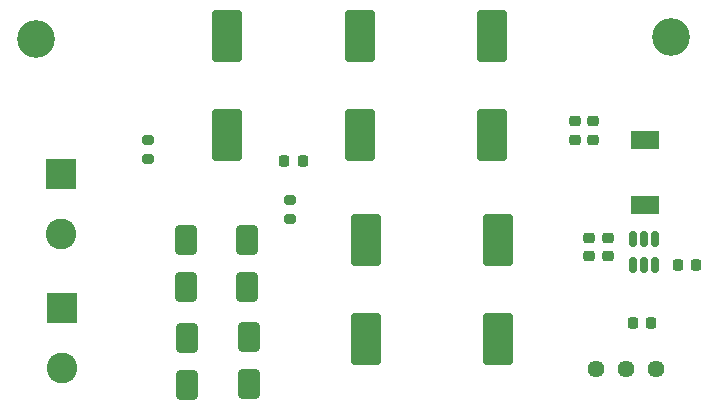
<source format=gbr>
%TF.GenerationSoftware,KiCad,Pcbnew,7.0.5*%
%TF.CreationDate,2023-07-04T22:36:34+05:30*%
%TF.ProjectId,BUCK_LOW_EMI,4255434b-5f4c-44f5-975f-454d492e6b69,rev?*%
%TF.SameCoordinates,Original*%
%TF.FileFunction,Soldermask,Top*%
%TF.FilePolarity,Negative*%
%FSLAX46Y46*%
G04 Gerber Fmt 4.6, Leading zero omitted, Abs format (unit mm)*
G04 Created by KiCad (PCBNEW 7.0.5) date 2023-07-04 22:36:34*
%MOMM*%
%LPD*%
G01*
G04 APERTURE LIST*
G04 Aperture macros list*
%AMRoundRect*
0 Rectangle with rounded corners*
0 $1 Rounding radius*
0 $2 $3 $4 $5 $6 $7 $8 $9 X,Y pos of 4 corners*
0 Add a 4 corners polygon primitive as box body*
4,1,4,$2,$3,$4,$5,$6,$7,$8,$9,$2,$3,0*
0 Add four circle primitives for the rounded corners*
1,1,$1+$1,$2,$3*
1,1,$1+$1,$4,$5*
1,1,$1+$1,$6,$7*
1,1,$1+$1,$8,$9*
0 Add four rect primitives between the rounded corners*
20,1,$1+$1,$2,$3,$4,$5,0*
20,1,$1+$1,$4,$5,$6,$7,0*
20,1,$1+$1,$6,$7,$8,$9,0*
20,1,$1+$1,$8,$9,$2,$3,0*%
G04 Aperture macros list end*
%ADD10R,2.400000X1.500000*%
%ADD11RoundRect,0.250000X-0.650000X1.000000X-0.650000X-1.000000X0.650000X-1.000000X0.650000X1.000000X0*%
%ADD12RoundRect,0.250000X1.000000X-1.950000X1.000000X1.950000X-1.000000X1.950000X-1.000000X-1.950000X0*%
%ADD13RoundRect,0.225000X-0.250000X0.225000X-0.250000X-0.225000X0.250000X-0.225000X0.250000X0.225000X0*%
%ADD14R,2.600000X2.600000*%
%ADD15C,2.600000*%
%ADD16RoundRect,0.150000X-0.150000X0.512500X-0.150000X-0.512500X0.150000X-0.512500X0.150000X0.512500X0*%
%ADD17RoundRect,0.225000X0.250000X-0.225000X0.250000X0.225000X-0.250000X0.225000X-0.250000X-0.225000X0*%
%ADD18C,3.200000*%
%ADD19C,1.440000*%
%ADD20RoundRect,0.225000X0.225000X0.250000X-0.225000X0.250000X-0.225000X-0.250000X0.225000X-0.250000X0*%
%ADD21RoundRect,0.200000X0.275000X-0.200000X0.275000X0.200000X-0.275000X0.200000X-0.275000X-0.200000X0*%
%ADD22RoundRect,0.250000X-1.000000X1.950000X-1.000000X-1.950000X1.000000X-1.950000X1.000000X1.950000X0*%
%ADD23RoundRect,0.225000X-0.225000X-0.250000X0.225000X-0.250000X0.225000X0.250000X-0.225000X0.250000X0*%
%ADD24RoundRect,0.250000X0.650000X-1.000000X0.650000X1.000000X-0.650000X1.000000X-0.650000X-1.000000X0*%
G04 APERTURE END LIST*
D10*
%TO.C,L1*%
X112000000Y-77500000D03*
X112000000Y-72000000D03*
%TD*%
D11*
%TO.C,D2*%
X78300000Y-80500000D03*
X78300000Y-84500000D03*
%TD*%
D12*
%TO.C,C6*%
X99000000Y-71600000D03*
X99000000Y-63200000D03*
%TD*%
D13*
%TO.C,C4*%
X108800000Y-80325000D03*
X108800000Y-81875000D03*
%TD*%
D11*
%TO.C,D3*%
X73200000Y-88800000D03*
X73200000Y-92800000D03*
%TD*%
D14*
%TO.C,J1*%
X62595000Y-86255000D03*
D15*
X62595000Y-91335000D03*
%TD*%
D16*
%TO.C,U1*%
X112850000Y-80362500D03*
X111900000Y-80362500D03*
X110950000Y-80362500D03*
X110950000Y-82637500D03*
X111900000Y-82637500D03*
X112850000Y-82637500D03*
%TD*%
D17*
%TO.C,C9*%
X107600000Y-71975000D03*
X107600000Y-70425000D03*
%TD*%
D18*
%TO.C,M3*%
X114200000Y-63300000D03*
%TD*%
D19*
%TO.C,RV1*%
X112900000Y-91400000D03*
X110360000Y-91400000D03*
X107820000Y-91400000D03*
%TD*%
D12*
%TO.C,C7*%
X87800000Y-71600000D03*
X87800000Y-63200000D03*
%TD*%
D20*
%TO.C,C11*%
X112500000Y-87500000D03*
X110950000Y-87500000D03*
%TD*%
D12*
%TO.C,C10*%
X76600000Y-71600000D03*
X76600000Y-63200000D03*
%TD*%
D17*
%TO.C,C8*%
X106000000Y-71975000D03*
X106000000Y-70425000D03*
%TD*%
D21*
%TO.C,R1*%
X81900000Y-78725000D03*
X81900000Y-77075000D03*
%TD*%
%TO.C,R2*%
X69900000Y-73625000D03*
X69900000Y-71975000D03*
%TD*%
D22*
%TO.C,C1*%
X88300000Y-80500000D03*
X88300000Y-88900000D03*
%TD*%
D23*
%TO.C,C5*%
X114725000Y-82600000D03*
X116275000Y-82600000D03*
%TD*%
D24*
%TO.C,D1*%
X73100000Y-84500000D03*
X73100000Y-80500000D03*
%TD*%
D22*
%TO.C,C2*%
X99500000Y-80500000D03*
X99500000Y-88900000D03*
%TD*%
D13*
%TO.C,C3*%
X107200000Y-80325000D03*
X107200000Y-81875000D03*
%TD*%
D20*
%TO.C,FB1*%
X82975000Y-73800000D03*
X81425000Y-73800000D03*
%TD*%
D18*
%TO.C,M3*%
X60400000Y-63500000D03*
%TD*%
D24*
%TO.C,D4*%
X78400000Y-92700000D03*
X78400000Y-88700000D03*
%TD*%
D14*
%TO.C,J2*%
X62500000Y-74900000D03*
D15*
X62500000Y-79980000D03*
%TD*%
M02*

</source>
